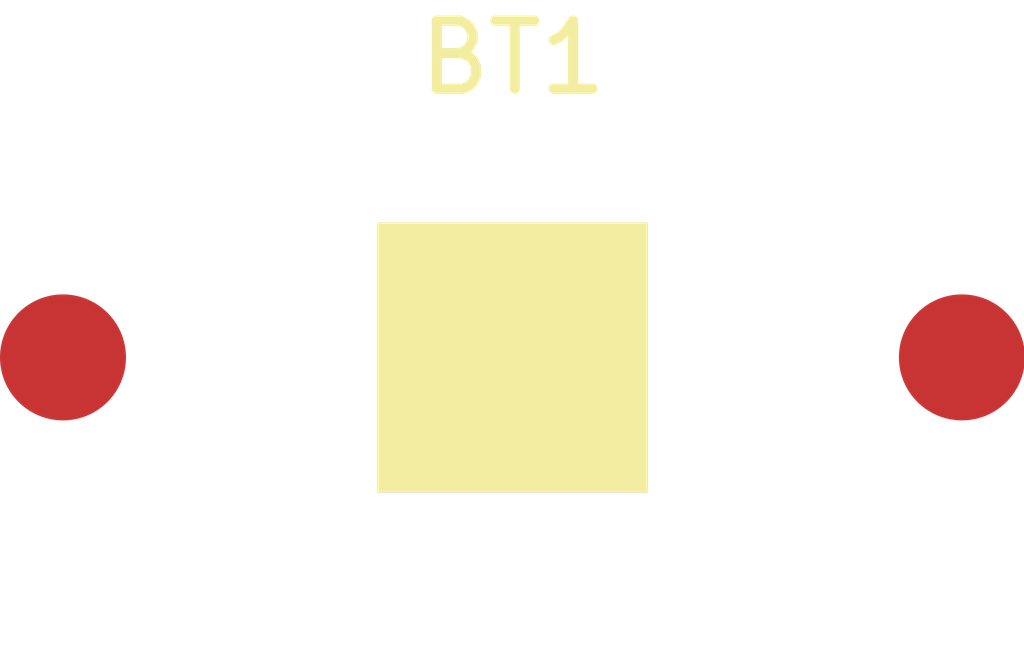
<source format=kicad_pcb>
(kicad_pcb (version 20171130) (host pcbnew "(5.1.7)-1")

  (general
    (thickness 1.6)
    (drawings 0)
    (tracks 0)
    (zones 0)
    (modules 1)
    (nets 3)
  )

  (page A4)
  (layers
    (0 F.Cu signal)
    (31 B.Cu signal)
    (32 B.Adhes user)
    (33 F.Adhes user)
    (34 B.Paste user)
    (35 F.Paste user)
    (36 B.SilkS user)
    (37 F.SilkS user)
    (38 B.Mask user)
    (39 F.Mask user)
    (40 Dwgs.User user)
    (41 Cmts.User user)
    (42 Eco1.User user)
    (43 Eco2.User user)
    (44 Edge.Cuts user)
    (45 Margin user)
    (46 B.CrtYd user)
    (47 F.CrtYd user)
    (48 B.Fab user)
    (49 F.Fab user)
  )

  (setup
    (last_trace_width 0.25)
    (trace_clearance 0.2)
    (zone_clearance 0.508)
    (zone_45_only no)
    (trace_min 0.2)
    (via_size 0.8)
    (via_drill 0.4)
    (via_min_size 0.4)
    (via_min_drill 0.3)
    (uvia_size 0.3)
    (uvia_drill 0.1)
    (uvias_allowed no)
    (uvia_min_size 0.2)
    (uvia_min_drill 0.1)
    (edge_width 0.05)
    (segment_width 0.2)
    (pcb_text_width 0.3)
    (pcb_text_size 1.5 1.5)
    (mod_edge_width 0.12)
    (mod_text_size 1 1)
    (mod_text_width 0.15)
    (pad_size 1.524 1.524)
    (pad_drill 0.762)
    (pad_to_mask_clearance 0)
    (aux_axis_origin 0 0)
    (visible_elements FFFFFF7F)
    (pcbplotparams
      (layerselection 0x010fc_ffffffff)
      (usegerberextensions false)
      (usegerberattributes true)
      (usegerberadvancedattributes true)
      (creategerberjobfile true)
      (excludeedgelayer true)
      (linewidth 0.100000)
      (plotframeref false)
      (viasonmask false)
      (mode 1)
      (useauxorigin false)
      (hpglpennumber 1)
      (hpglpenspeed 20)
      (hpglpendiameter 15.000000)
      (psnegative false)
      (psa4output false)
      (plotreference true)
      (plotvalue true)
      (plotinvisibletext false)
      (padsonsilk false)
      (subtractmaskfromsilk false)
      (outputformat 1)
      (mirror false)
      (drillshape 1)
      (scaleselection 1)
      (outputdirectory ""))
  )

  (net 0 "")
  (net 1 +3V0)
  (net 2 GND)

  (net_class Default "This is the default net class."
    (clearance 0.2)
    (trace_width 0.25)
    (via_dia 0.8)
    (via_drill 0.4)
    (uvia_dia 0.3)
    (uvia_drill 0.1)
    (add_net +3V0)
    (add_net GND)
  )

  (module Battery_Holder:12BH062-GR (layer F.Cu) (tedit 5FBD9C3B) (tstamp 5FBDF550)
    (at 150.114 95.0722)
    (path /5FBD8D1E)
    (fp_text reference BT1 (at 0.01 -4.4) (layer F.SilkS)
      (effects (font (size 1 1) (thickness 0.15)))
    )
    (fp_text value Battery_Cell (at 0 3.6) (layer F.Fab)
      (effects (font (size 1 1) (thickness 0.15)))
    )
    (pad "" smd rect (at 0 0) (size 3.96 3.96) (layers F.Cu F.SilkS))
    (pad 1 smd circle (at 6.6 0) (size 1.85 1.85) (layers *.Mask F.Cu)
      (net 1 +3V0))
    (pad 2 smd circle (at -6.6 0) (size 1.85 1.85) (layers *.Mask F.Cu)
      (net 2 GND))
  )

)

</source>
